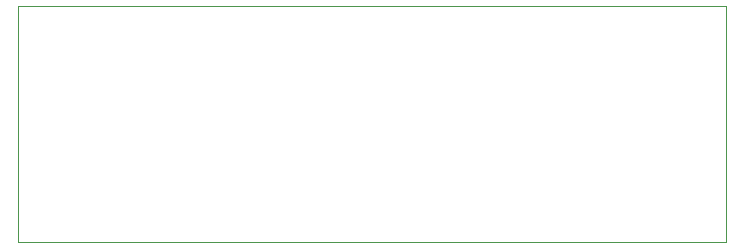
<source format=gbr>
%FSLAX34Y34*%
%MOMM*%
%LNOUTLINE*%
G71*
G01*
%ADD10C,0.002*%
%LPD*%
G54D10*
X0Y200000D02*
X600000Y200000D01*
X600000Y0D01*
X0Y0D01*
X0Y200000D01*
M02*

</source>
